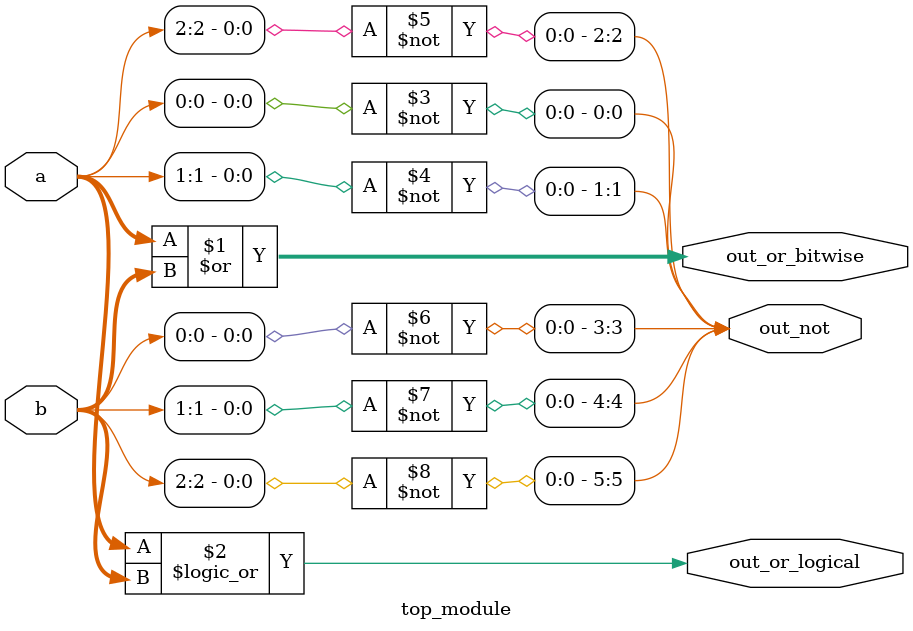
<source format=v>
module top_module( 
    input [2:0] a,
    input [2:0] b,
    output [2:0] out_or_bitwise,
    output out_or_logical,
    output [5:0] out_not
);
    assign out_or_bitwise[2:0]=a|b;
    assign out_or_logical=a||b;
    assign out_not[0]=~a[0];
    assign out_not[1]=~a[1];
    assign out_not[2]=~a[2];
    assign out_not[3]=~b[0];
    assign out_not[4]=~b[1];
    assign out_not[5]=~b[2];

endmodule

</source>
